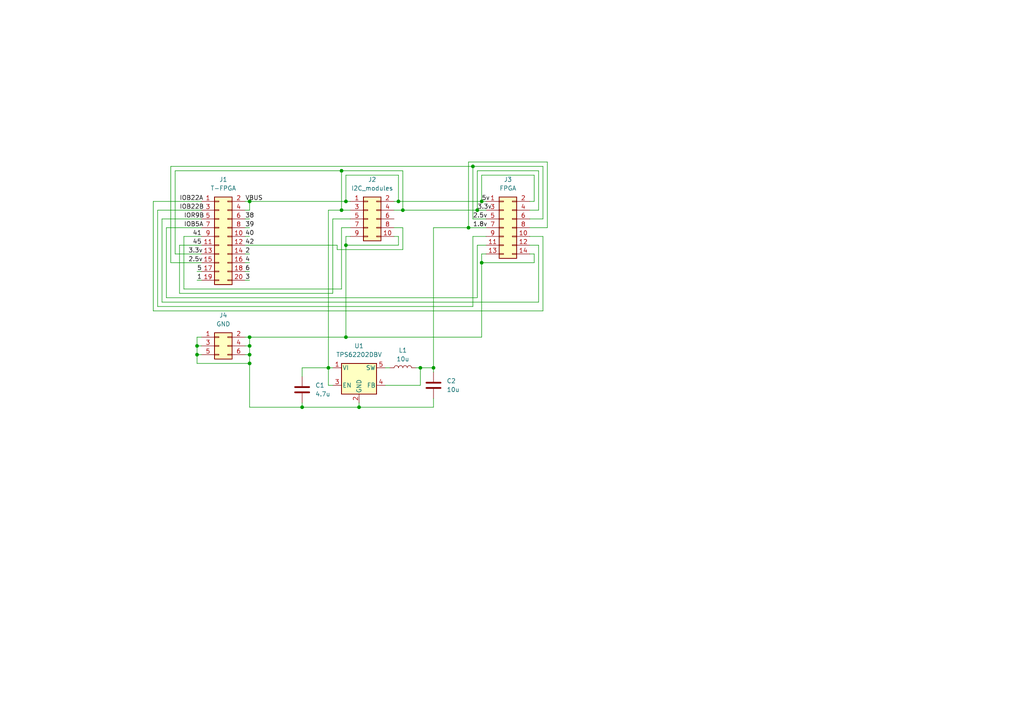
<source format=kicad_sch>
(kicad_sch
	(version 20231120)
	(generator "eeschema")
	(generator_version "8.0")
	(uuid "3628a756-cceb-498f-870f-8728589b0364")
	(paper "A4")
	(lib_symbols
		(symbol "Connector_Generic:Conn_02x03_Odd_Even"
			(pin_names
				(offset 1.016) hide)
			(exclude_from_sim no)
			(in_bom yes)
			(on_board yes)
			(property "Reference" "J"
				(at 1.27 5.08 0)
				(effects
					(font
						(size 1.27 1.27)
					)
				)
			)
			(property "Value" "Conn_02x03_Odd_Even"
				(at 1.27 -5.08 0)
				(effects
					(font
						(size 1.27 1.27)
					)
				)
			)
			(property "Footprint" ""
				(at 0 0 0)
				(effects
					(font
						(size 1.27 1.27)
					)
					(hide yes)
				)
			)
			(property "Datasheet" "~"
				(at 0 0 0)
				(effects
					(font
						(size 1.27 1.27)
					)
					(hide yes)
				)
			)
			(property "Description" "Generic connector, double row, 02x03, odd/even pin numbering scheme (row 1 odd numbers, row 2 even numbers), script generated (kicad-library-utils/schlib/autogen/connector/)"
				(at 0 0 0)
				(effects
					(font
						(size 1.27 1.27)
					)
					(hide yes)
				)
			)
			(property "ki_keywords" "connector"
				(at 0 0 0)
				(effects
					(font
						(size 1.27 1.27)
					)
					(hide yes)
				)
			)
			(property "ki_fp_filters" "Connector*:*_2x??_*"
				(at 0 0 0)
				(effects
					(font
						(size 1.27 1.27)
					)
					(hide yes)
				)
			)
			(symbol "Conn_02x03_Odd_Even_1_1"
				(rectangle
					(start -1.27 -2.413)
					(end 0 -2.667)
					(stroke
						(width 0.1524)
						(type default)
					)
					(fill
						(type none)
					)
				)
				(rectangle
					(start -1.27 0.127)
					(end 0 -0.127)
					(stroke
						(width 0.1524)
						(type default)
					)
					(fill
						(type none)
					)
				)
				(rectangle
					(start -1.27 2.667)
					(end 0 2.413)
					(stroke
						(width 0.1524)
						(type default)
					)
					(fill
						(type none)
					)
				)
				(rectangle
					(start -1.27 3.81)
					(end 3.81 -3.81)
					(stroke
						(width 0.254)
						(type default)
					)
					(fill
						(type background)
					)
				)
				(rectangle
					(start 3.81 -2.413)
					(end 2.54 -2.667)
					(stroke
						(width 0.1524)
						(type default)
					)
					(fill
						(type none)
					)
				)
				(rectangle
					(start 3.81 0.127)
					(end 2.54 -0.127)
					(stroke
						(width 0.1524)
						(type default)
					)
					(fill
						(type none)
					)
				)
				(rectangle
					(start 3.81 2.667)
					(end 2.54 2.413)
					(stroke
						(width 0.1524)
						(type default)
					)
					(fill
						(type none)
					)
				)
				(pin passive line
					(at -5.08 2.54 0)
					(length 3.81)
					(name "Pin_1"
						(effects
							(font
								(size 1.27 1.27)
							)
						)
					)
					(number "1"
						(effects
							(font
								(size 1.27 1.27)
							)
						)
					)
				)
				(pin passive line
					(at 7.62 2.54 180)
					(length 3.81)
					(name "Pin_2"
						(effects
							(font
								(size 1.27 1.27)
							)
						)
					)
					(number "2"
						(effects
							(font
								(size 1.27 1.27)
							)
						)
					)
				)
				(pin passive line
					(at -5.08 0 0)
					(length 3.81)
					(name "Pin_3"
						(effects
							(font
								(size 1.27 1.27)
							)
						)
					)
					(number "3"
						(effects
							(font
								(size 1.27 1.27)
							)
						)
					)
				)
				(pin passive line
					(at 7.62 0 180)
					(length 3.81)
					(name "Pin_4"
						(effects
							(font
								(size 1.27 1.27)
							)
						)
					)
					(number "4"
						(effects
							(font
								(size 1.27 1.27)
							)
						)
					)
				)
				(pin passive line
					(at -5.08 -2.54 0)
					(length 3.81)
					(name "Pin_5"
						(effects
							(font
								(size 1.27 1.27)
							)
						)
					)
					(number "5"
						(effects
							(font
								(size 1.27 1.27)
							)
						)
					)
				)
				(pin passive line
					(at 7.62 -2.54 180)
					(length 3.81)
					(name "Pin_6"
						(effects
							(font
								(size 1.27 1.27)
							)
						)
					)
					(number "6"
						(effects
							(font
								(size 1.27 1.27)
							)
						)
					)
				)
			)
		)
		(symbol "Connector_Generic:Conn_02x05_Odd_Even"
			(pin_names
				(offset 1.016) hide)
			(exclude_from_sim no)
			(in_bom yes)
			(on_board yes)
			(property "Reference" "J"
				(at 1.27 7.62 0)
				(effects
					(font
						(size 1.27 1.27)
					)
				)
			)
			(property "Value" "Conn_02x05_Odd_Even"
				(at 1.27 -7.62 0)
				(effects
					(font
						(size 1.27 1.27)
					)
				)
			)
			(property "Footprint" ""
				(at 0 0 0)
				(effects
					(font
						(size 1.27 1.27)
					)
					(hide yes)
				)
			)
			(property "Datasheet" "~"
				(at 0 0 0)
				(effects
					(font
						(size 1.27 1.27)
					)
					(hide yes)
				)
			)
			(property "Description" "Generic connector, double row, 02x05, odd/even pin numbering scheme (row 1 odd numbers, row 2 even numbers), script generated (kicad-library-utils/schlib/autogen/connector/)"
				(at 0 0 0)
				(effects
					(font
						(size 1.27 1.27)
					)
					(hide yes)
				)
			)
			(property "ki_keywords" "connector"
				(at 0 0 0)
				(effects
					(font
						(size 1.27 1.27)
					)
					(hide yes)
				)
			)
			(property "ki_fp_filters" "Connector*:*_2x??_*"
				(at 0 0 0)
				(effects
					(font
						(size 1.27 1.27)
					)
					(hide yes)
				)
			)
			(symbol "Conn_02x05_Odd_Even_1_1"
				(rectangle
					(start -1.27 -4.953)
					(end 0 -5.207)
					(stroke
						(width 0.1524)
						(type default)
					)
					(fill
						(type none)
					)
				)
				(rectangle
					(start -1.27 -2.413)
					(end 0 -2.667)
					(stroke
						(width 0.1524)
						(type default)
					)
					(fill
						(type none)
					)
				)
				(rectangle
					(start -1.27 0.127)
					(end 0 -0.127)
					(stroke
						(width 0.1524)
						(type default)
					)
					(fill
						(type none)
					)
				)
				(rectangle
					(start -1.27 2.667)
					(end 0 2.413)
					(stroke
						(width 0.1524)
						(type default)
					)
					(fill
						(type none)
					)
				)
				(rectangle
					(start -1.27 5.207)
					(end 0 4.953)
					(stroke
						(width 0.1524)
						(type default)
					)
					(fill
						(type none)
					)
				)
				(rectangle
					(start -1.27 6.35)
					(end 3.81 -6.35)
					(stroke
						(width 0.254)
						(type default)
					)
					(fill
						(type background)
					)
				)
				(rectangle
					(start 3.81 -4.953)
					(end 2.54 -5.207)
					(stroke
						(width 0.1524)
						(type default)
					)
					(fill
						(type none)
					)
				)
				(rectangle
					(start 3.81 -2.413)
					(end 2.54 -2.667)
					(stroke
						(width 0.1524)
						(type default)
					)
					(fill
						(type none)
					)
				)
				(rectangle
					(start 3.81 0.127)
					(end 2.54 -0.127)
					(stroke
						(width 0.1524)
						(type default)
					)
					(fill
						(type none)
					)
				)
				(rectangle
					(start 3.81 2.667)
					(end 2.54 2.413)
					(stroke
						(width 0.1524)
						(type default)
					)
					(fill
						(type none)
					)
				)
				(rectangle
					(start 3.81 5.207)
					(end 2.54 4.953)
					(stroke
						(width 0.1524)
						(type default)
					)
					(fill
						(type none)
					)
				)
				(pin passive line
					(at -5.08 5.08 0)
					(length 3.81)
					(name "Pin_1"
						(effects
							(font
								(size 1.27 1.27)
							)
						)
					)
					(number "1"
						(effects
							(font
								(size 1.27 1.27)
							)
						)
					)
				)
				(pin passive line
					(at 7.62 -5.08 180)
					(length 3.81)
					(name "Pin_10"
						(effects
							(font
								(size 1.27 1.27)
							)
						)
					)
					(number "10"
						(effects
							(font
								(size 1.27 1.27)
							)
						)
					)
				)
				(pin passive line
					(at 7.62 5.08 180)
					(length 3.81)
					(name "Pin_2"
						(effects
							(font
								(size 1.27 1.27)
							)
						)
					)
					(number "2"
						(effects
							(font
								(size 1.27 1.27)
							)
						)
					)
				)
				(pin passive line
					(at -5.08 2.54 0)
					(length 3.81)
					(name "Pin_3"
						(effects
							(font
								(size 1.27 1.27)
							)
						)
					)
					(number "3"
						(effects
							(font
								(size 1.27 1.27)
							)
						)
					)
				)
				(pin passive line
					(at 7.62 2.54 180)
					(length 3.81)
					(name "Pin_4"
						(effects
							(font
								(size 1.27 1.27)
							)
						)
					)
					(number "4"
						(effects
							(font
								(size 1.27 1.27)
							)
						)
					)
				)
				(pin passive line
					(at -5.08 0 0)
					(length 3.81)
					(name "Pin_5"
						(effects
							(font
								(size 1.27 1.27)
							)
						)
					)
					(number "5"
						(effects
							(font
								(size 1.27 1.27)
							)
						)
					)
				)
				(pin passive line
					(at 7.62 0 180)
					(length 3.81)
					(name "Pin_6"
						(effects
							(font
								(size 1.27 1.27)
							)
						)
					)
					(number "6"
						(effects
							(font
								(size 1.27 1.27)
							)
						)
					)
				)
				(pin passive line
					(at -5.08 -2.54 0)
					(length 3.81)
					(name "Pin_7"
						(effects
							(font
								(size 1.27 1.27)
							)
						)
					)
					(number "7"
						(effects
							(font
								(size 1.27 1.27)
							)
						)
					)
				)
				(pin passive line
					(at 7.62 -2.54 180)
					(length 3.81)
					(name "Pin_8"
						(effects
							(font
								(size 1.27 1.27)
							)
						)
					)
					(number "8"
						(effects
							(font
								(size 1.27 1.27)
							)
						)
					)
				)
				(pin passive line
					(at -5.08 -5.08 0)
					(length 3.81)
					(name "Pin_9"
						(effects
							(font
								(size 1.27 1.27)
							)
						)
					)
					(number "9"
						(effects
							(font
								(size 1.27 1.27)
							)
						)
					)
				)
			)
		)
		(symbol "Connector_Generic:Conn_02x07_Odd_Even"
			(pin_names
				(offset 1.016) hide)
			(exclude_from_sim no)
			(in_bom yes)
			(on_board yes)
			(property "Reference" "J"
				(at 1.27 10.16 0)
				(effects
					(font
						(size 1.27 1.27)
					)
				)
			)
			(property "Value" "Conn_02x07_Odd_Even"
				(at 1.27 -10.16 0)
				(effects
					(font
						(size 1.27 1.27)
					)
				)
			)
			(property "Footprint" ""
				(at 0 0 0)
				(effects
					(font
						(size 1.27 1.27)
					)
					(hide yes)
				)
			)
			(property "Datasheet" "~"
				(at 0 0 0)
				(effects
					(font
						(size 1.27 1.27)
					)
					(hide yes)
				)
			)
			(property "Description" "Generic connector, double row, 02x07, odd/even pin numbering scheme (row 1 odd numbers, row 2 even numbers), script generated (kicad-library-utils/schlib/autogen/connector/)"
				(at 0 0 0)
				(effects
					(font
						(size 1.27 1.27)
					)
					(hide yes)
				)
			)
			(property "ki_keywords" "connector"
				(at 0 0 0)
				(effects
					(font
						(size 1.27 1.27)
					)
					(hide yes)
				)
			)
			(property "ki_fp_filters" "Connector*:*_2x??_*"
				(at 0 0 0)
				(effects
					(font
						(size 1.27 1.27)
					)
					(hide yes)
				)
			)
			(symbol "Conn_02x07_Odd_Even_1_1"
				(rectangle
					(start -1.27 -7.493)
					(end 0 -7.747)
					(stroke
						(width 0.1524)
						(type default)
					)
					(fill
						(type none)
					)
				)
				(rectangle
					(start -1.27 -4.953)
					(end 0 -5.207)
					(stroke
						(width 0.1524)
						(type default)
					)
					(fill
						(type none)
					)
				)
				(rectangle
					(start -1.27 -2.413)
					(end 0 -2.667)
					(stroke
						(width 0.1524)
						(type default)
					)
					(fill
						(type none)
					)
				)
				(rectangle
					(start -1.27 0.127)
					(end 0 -0.127)
					(stroke
						(width 0.1524)
						(type default)
					)
					(fill
						(type none)
					)
				)
				(rectangle
					(start -1.27 2.667)
					(end 0 2.413)
					(stroke
						(width 0.1524)
						(type default)
					)
					(fill
						(type none)
					)
				)
				(rectangle
					(start -1.27 5.207)
					(end 0 4.953)
					(stroke
						(width 0.1524)
						(type default)
					)
					(fill
						(type none)
					)
				)
				(rectangle
					(start -1.27 7.747)
					(end 0 7.493)
					(stroke
						(width 0.1524)
						(type default)
					)
					(fill
						(type none)
					)
				)
				(rectangle
					(start -1.27 8.89)
					(end 3.81 -8.89)
					(stroke
						(width 0.254)
						(type default)
					)
					(fill
						(type background)
					)
				)
				(rectangle
					(start 3.81 -7.493)
					(end 2.54 -7.747)
					(stroke
						(width 0.1524)
						(type default)
					)
					(fill
						(type none)
					)
				)
				(rectangle
					(start 3.81 -4.953)
					(end 2.54 -5.207)
					(stroke
						(width 0.1524)
						(type default)
					)
					(fill
						(type none)
					)
				)
				(rectangle
					(start 3.81 -2.413)
					(end 2.54 -2.667)
					(stroke
						(width 0.1524)
						(type default)
					)
					(fill
						(type none)
					)
				)
				(rectangle
					(start 3.81 0.127)
					(end 2.54 -0.127)
					(stroke
						(width 0.1524)
						(type default)
					)
					(fill
						(type none)
					)
				)
				(rectangle
					(start 3.81 2.667)
					(end 2.54 2.413)
					(stroke
						(width 0.1524)
						(type default)
					)
					(fill
						(type none)
					)
				)
				(rectangle
					(start 3.81 5.207)
					(end 2.54 4.953)
					(stroke
						(width 0.1524)
						(type default)
					)
					(fill
						(type none)
					)
				)
				(rectangle
					(start 3.81 7.747)
					(end 2.54 7.493)
					(stroke
						(width 0.1524)
						(type default)
					)
					(fill
						(type none)
					)
				)
				(pin passive line
					(at -5.08 7.62 0)
					(length 3.81)
					(name "Pin_1"
						(effects
							(font
								(size 1.27 1.27)
							)
						)
					)
					(number "1"
						(effects
							(font
								(size 1.27 1.27)
							)
						)
					)
				)
				(pin passive line
					(at 7.62 -2.54 180)
					(length 3.81)
					(name "Pin_10"
						(effects
							(font
								(size 1.27 1.27)
							)
						)
					)
					(number "10"
						(effects
							(font
								(size 1.27 1.27)
							)
						)
					)
				)
				(pin passive line
					(at -5.08 -5.08 0)
					(length 3.81)
					(name "Pin_11"
						(effects
							(font
								(size 1.27 1.27)
							)
						)
					)
					(number "11"
						(effects
							(font
								(size 1.27 1.27)
							)
						)
					)
				)
				(pin passive line
					(at 7.62 -5.08 180)
					(length 3.81)
					(name "Pin_12"
						(effects
							(font
								(size 1.27 1.27)
							)
						)
					)
					(number "12"
						(effects
							(font
								(size 1.27 1.27)
							)
						)
					)
				)
				(pin passive line
					(at -5.08 -7.62 0)
					(length 3.81)
					(name "Pin_13"
						(effects
							(font
								(size 1.27 1.27)
							)
						)
					)
					(number "13"
						(effects
							(font
								(size 1.27 1.27)
							)
						)
					)
				)
				(pin passive line
					(at 7.62 -7.62 180)
					(length 3.81)
					(name "Pin_14"
						(effects
							(font
								(size 1.27 1.27)
							)
						)
					)
					(number "14"
						(effects
							(font
								(size 1.27 1.27)
							)
						)
					)
				)
				(pin passive line
					(at 7.62 7.62 180)
					(length 3.81)
					(name "Pin_2"
						(effects
							(font
								(size 1.27 1.27)
							)
						)
					)
					(number "2"
						(effects
							(font
								(size 1.27 1.27)
							)
						)
					)
				)
				(pin passive line
					(at -5.08 5.08 0)
					(length 3.81)
					(name "Pin_3"
						(effects
							(font
								(size 1.27 1.27)
							)
						)
					)
					(number "3"
						(effects
							(font
								(size 1.27 1.27)
							)
						)
					)
				)
				(pin passive line
					(at 7.62 5.08 180)
					(length 3.81)
					(name "Pin_4"
						(effects
							(font
								(size 1.27 1.27)
							)
						)
					)
					(number "4"
						(effects
							(font
								(size 1.27 1.27)
							)
						)
					)
				)
				(pin passive line
					(at -5.08 2.54 0)
					(length 3.81)
					(name "Pin_5"
						(effects
							(font
								(size 1.27 1.27)
							)
						)
					)
					(number "5"
						(effects
							(font
								(size 1.27 1.27)
							)
						)
					)
				)
				(pin passive line
					(at 7.62 2.54 180)
					(length 3.81)
					(name "Pin_6"
						(effects
							(font
								(size 1.27 1.27)
							)
						)
					)
					(number "6"
						(effects
							(font
								(size 1.27 1.27)
							)
						)
					)
				)
				(pin passive line
					(at -5.08 0 0)
					(length 3.81)
					(name "Pin_7"
						(effects
							(font
								(size 1.27 1.27)
							)
						)
					)
					(number "7"
						(effects
							(font
								(size 1.27 1.27)
							)
						)
					)
				)
				(pin passive line
					(at 7.62 0 180)
					(length 3.81)
					(name "Pin_8"
						(effects
							(font
								(size 1.27 1.27)
							)
						)
					)
					(number "8"
						(effects
							(font
								(size 1.27 1.27)
							)
						)
					)
				)
				(pin passive line
					(at -5.08 -2.54 0)
					(length 3.81)
					(name "Pin_9"
						(effects
							(font
								(size 1.27 1.27)
							)
						)
					)
					(number "9"
						(effects
							(font
								(size 1.27 1.27)
							)
						)
					)
				)
			)
		)
		(symbol "Connector_Generic:Conn_02x10_Odd_Even"
			(pin_names
				(offset 1.016) hide)
			(exclude_from_sim no)
			(in_bom yes)
			(on_board yes)
			(property "Reference" "J"
				(at 1.27 12.7 0)
				(effects
					(font
						(size 1.27 1.27)
					)
				)
			)
			(property "Value" "Conn_02x10_Odd_Even"
				(at 1.27 -15.24 0)
				(effects
					(font
						(size 1.27 1.27)
					)
				)
			)
			(property "Footprint" ""
				(at 0 0 0)
				(effects
					(font
						(size 1.27 1.27)
					)
					(hide yes)
				)
			)
			(property "Datasheet" "~"
				(at 0 0 0)
				(effects
					(font
						(size 1.27 1.27)
					)
					(hide yes)
				)
			)
			(property "Description" "Generic connector, double row, 02x10, odd/even pin numbering scheme (row 1 odd numbers, row 2 even numbers), script generated (kicad-library-utils/schlib/autogen/connector/)"
				(at 0 0 0)
				(effects
					(font
						(size 1.27 1.27)
					)
					(hide yes)
				)
			)
			(property "ki_keywords" "connector"
				(at 0 0 0)
				(effects
					(font
						(size 1.27 1.27)
					)
					(hide yes)
				)
			)
			(property "ki_fp_filters" "Connector*:*_2x??_*"
				(at 0 0 0)
				(effects
					(font
						(size 1.27 1.27)
					)
					(hide yes)
				)
			)
			(symbol "Conn_02x10_Odd_Even_1_1"
				(rectangle
					(start -1.27 -12.573)
					(end 0 -12.827)
					(stroke
						(width 0.1524)
						(type default)
					)
					(fill
						(type none)
					)
				)
				(rectangle
					(start -1.27 -10.033)
					(end 0 -10.287)
					(stroke
						(width 0.1524)
						(type default)
					)
					(fill
						(type none)
					)
				)
				(rectangle
					(start -1.27 -7.493)
					(end 0 -7.747)
					(stroke
						(width 0.1524)
						(type default)
					)
					(fill
						(type none)
					)
				)
				(rectangle
					(start -1.27 -4.953)
					(end 0 -5.207)
					(stroke
						(width 0.1524)
						(type default)
					)
					(fill
						(type none)
					)
				)
				(rectangle
					(start -1.27 -2.413)
					(end 0 -2.667)
					(stroke
						(width 0.1524)
						(type default)
					)
					(fill
						(type none)
					)
				)
				(rectangle
					(start -1.27 0.127)
					(end 0 -0.127)
					(stroke
						(width 0.1524)
						(type default)
					)
					(fill
						(type none)
					)
				)
				(rectangle
					(start -1.27 2.667)
					(end 0 2.413)
					(stroke
						(width 0.1524)
						(type default)
					)
					(fill
						(type none)
					)
				)
				(rectangle
					(start -1.27 5.207)
					(end 0 4.953)
					(stroke
						(width 0.1524)
						(type default)
					)
					(fill
						(type none)
					)
				)
				(rectangle
					(start -1.27 7.747)
					(end 0 7.493)
					(stroke
						(width 0.1524)
						(type default)
					)
					(fill
						(type none)
					)
				)
				(rectangle
					(start -1.27 10.287)
					(end 0 10.033)
					(stroke
						(width 0.1524)
						(type default)
					)
					(fill
						(type none)
					)
				)
				(rectangle
					(start -1.27 11.43)
					(end 3.81 -13.97)
					(stroke
						(width 0.254)
						(type default)
					)
					(fill
						(type background)
					)
				)
				(rectangle
					(start 3.81 -12.573)
					(end 2.54 -12.827)
					(stroke
						(width 0.1524)
						(type default)
					)
					(fill
						(type none)
					)
				)
				(rectangle
					(start 3.81 -10.033)
					(end 2.54 -10.287)
					(stroke
						(width 0.1524)
						(type default)
					)
					(fill
						(type none)
					)
				)
				(rectangle
					(start 3.81 -7.493)
					(end 2.54 -7.747)
					(stroke
						(width 0.1524)
						(type default)
					)
					(fill
						(type none)
					)
				)
				(rectangle
					(start 3.81 -4.953)
					(end 2.54 -5.207)
					(stroke
						(width 0.1524)
						(type default)
					)
					(fill
						(type none)
					)
				)
				(rectangle
					(start 3.81 -2.413)
					(end 2.54 -2.667)
					(stroke
						(width 0.1524)
						(type default)
					)
					(fill
						(type none)
					)
				)
				(rectangle
					(start 3.81 0.127)
					(end 2.54 -0.127)
					(stroke
						(width 0.1524)
						(type default)
					)
					(fill
						(type none)
					)
				)
				(rectangle
					(start 3.81 2.667)
					(end 2.54 2.413)
					(stroke
						(width 0.1524)
						(type default)
					)
					(fill
						(type none)
					)
				)
				(rectangle
					(start 3.81 5.207)
					(end 2.54 4.953)
					(stroke
						(width 0.1524)
						(type default)
					)
					(fill
						(type none)
					)
				)
				(rectangle
					(start 3.81 7.747)
					(end 2.54 7.493)
					(stroke
						(width 0.1524)
						(type default)
					)
					(fill
						(type none)
					)
				)
				(rectangle
					(start 3.81 10.287)
					(end 2.54 10.033)
					(stroke
						(width 0.1524)
						(type default)
					)
					(fill
						(type none)
					)
				)
				(pin passive line
					(at -5.08 10.16 0)
					(length 3.81)
					(name "Pin_1"
						(effects
							(font
								(size 1.27 1.27)
							)
						)
					)
					(number "1"
						(effects
							(font
								(size 1.27 1.27)
							)
						)
					)
				)
				(pin passive line
					(at 7.62 0 180)
					(length 3.81)
					(name "Pin_10"
						(effects
							(font
								(size 1.27 1.27)
							)
						)
					)
					(number "10"
						(effects
							(font
								(size 1.27 1.27)
							)
						)
					)
				)
				(pin passive line
					(at -5.08 -2.54 0)
					(length 3.81)
					(name "Pin_11"
						(effects
							(font
								(size 1.27 1.27)
							)
						)
					)
					(number "11"
						(effects
							(font
								(size 1.27 1.27)
							)
						)
					)
				)
				(pin passive line
					(at 7.62 -2.54 180)
					(length 3.81)
					(name "Pin_12"
						(effects
							(font
								(size 1.27 1.27)
							)
						)
					)
					(number "12"
						(effects
							(font
								(size 1.27 1.27)
							)
						)
					)
				)
				(pin passive line
					(at -5.08 -5.08 0)
					(length 3.81)
					(name "Pin_13"
						(effects
							(font
								(size 1.27 1.27)
							)
						)
					)
					(number "13"
						(effects
							(font
								(size 1.27 1.27)
							)
						)
					)
				)
				(pin passive line
					(at 7.62 -5.08 180)
					(length 3.81)
					(name "Pin_14"
						(effects
							(font
								(size 1.27 1.27)
							)
						)
					)
					(number "14"
						(effects
							(font
								(size 1.27 1.27)
							)
						)
					)
				)
				(pin passive line
					(at -5.08 -7.62 0)
					(length 3.81)
					(name "Pin_15"
						(effects
							(font
								(size 1.27 1.27)
							)
						)
					)
					(number "15"
						(effects
							(font
								(size 1.27 1.27)
							)
						)
					)
				)
				(pin passive line
					(at 7.62 -7.62 180)
					(length 3.81)
					(name "Pin_16"
						(effects
							(font
								(size 1.27 1.27)
							)
						)
					)
					(number "16"
						(effects
							(font
								(size 1.27 1.27)
							)
						)
					)
				)
				(pin passive line
					(at -5.08 -10.16 0)
					(length 3.81)
					(name "Pin_17"
						(effects
							(font
								(size 1.27 1.27)
							)
						)
					)
					(number "17"
						(effects
							(font
								(size 1.27 1.27)
							)
						)
					)
				)
				(pin passive line
					(at 7.62 -10.16 180)
					(length 3.81)
					(name "Pin_18"
						(effects
							(font
								(size 1.27 1.27)
							)
						)
					)
					(number "18"
						(effects
							(font
								(size 1.27 1.27)
							)
						)
					)
				)
				(pin passive line
					(at -5.08 -12.7 0)
					(length 3.81)
					(name "Pin_19"
						(effects
							(font
								(size 1.27 1.27)
							)
						)
					)
					(number "19"
						(effects
							(font
								(size 1.27 1.27)
							)
						)
					)
				)
				(pin passive line
					(at 7.62 10.16 180)
					(length 3.81)
					(name "Pin_2"
						(effects
							(font
								(size 1.27 1.27)
							)
						)
					)
					(number "2"
						(effects
							(font
								(size 1.27 1.27)
							)
						)
					)
				)
				(pin passive line
					(at 7.62 -12.7 180)
					(length 3.81)
					(name "Pin_20"
						(effects
							(font
								(size 1.27 1.27)
							)
						)
					)
					(number "20"
						(effects
							(font
								(size 1.27 1.27)
							)
						)
					)
				)
				(pin passive line
					(at -5.08 7.62 0)
					(length 3.81)
					(name "Pin_3"
						(effects
							(font
								(size 1.27 1.27)
							)
						)
					)
					(number "3"
						(effects
							(font
								(size 1.27 1.27)
							)
						)
					)
				)
				(pin passive line
					(at 7.62 7.62 180)
					(length 3.81)
					(name "Pin_4"
						(effects
							(font
								(size 1.27 1.27)
							)
						)
					)
					(number "4"
						(effects
							(font
								(size 1.27 1.27)
							)
						)
					)
				)
				(pin passive line
					(at -5.08 5.08 0)
					(length 3.81)
					(name "Pin_5"
						(effects
							(font
								(size 1.27 1.27)
							)
						)
					)
					(number "5"
						(effects
							(font
								(size 1.27 1.27)
							)
						)
					)
				)
				(pin passive line
					(at 7.62 5.08 180)
					(length 3.81)
					(name "Pin_6"
						(effects
							(font
								(size 1.27 1.27)
							)
						)
					)
					(number "6"
						(effects
							(font
								(size 1.27 1.27)
							)
						)
					)
				)
				(pin passive line
					(at -5.08 2.54 0)
					(length 3.81)
					(name "Pin_7"
						(effects
							(font
								(size 1.27 1.27)
							)
						)
					)
					(number "7"
						(effects
							(font
								(size 1.27 1.27)
							)
						)
					)
				)
				(pin passive line
					(at 7.62 2.54 180)
					(length 3.81)
					(name "Pin_8"
						(effects
							(font
								(size 1.27 1.27)
							)
						)
					)
					(number "8"
						(effects
							(font
								(size 1.27 1.27)
							)
						)
					)
				)
				(pin passive line
					(at -5.08 0 0)
					(length 3.81)
					(name "Pin_9"
						(effects
							(font
								(size 1.27 1.27)
							)
						)
					)
					(number "9"
						(effects
							(font
								(size 1.27 1.27)
							)
						)
					)
				)
			)
		)
		(symbol "Device:C"
			(pin_numbers hide)
			(pin_names
				(offset 0.254)
			)
			(exclude_from_sim no)
			(in_bom yes)
			(on_board yes)
			(property "Reference" "C"
				(at 0.635 2.54 0)
				(effects
					(font
						(size 1.27 1.27)
					)
					(justify left)
				)
			)
			(property "Value" "C"
				(at 0.635 -2.54 0)
				(effects
					(font
						(size 1.27 1.27)
					)
					(justify left)
				)
			)
			(property "Footprint" ""
				(at 0.9652 -3.81 0)
				(effects
					(font
						(size 1.27 1.27)
					)
					(hide yes)
				)
			)
			(property "Datasheet" "~"
				(at 0 0 0)
				(effects
					(font
						(size 1.27 1.27)
					)
					(hide yes)
				)
			)
			(property "Description" "Unpolarized capacitor"
				(at 0 0 0)
				(effects
					(font
						(size 1.27 1.27)
					)
					(hide yes)
				)
			)
			(property "ki_keywords" "cap capacitor"
				(at 0 0 0)
				(effects
					(font
						(size 1.27 1.27)
					)
					(hide yes)
				)
			)
			(property "ki_fp_filters" "C_*"
				(at 0 0 0)
				(effects
					(font
						(size 1.27 1.27)
					)
					(hide yes)
				)
			)
			(symbol "C_0_1"
				(polyline
					(pts
						(xy -2.032 -0.762) (xy 2.032 -0.762)
					)
					(stroke
						(width 0.508)
						(type default)
					)
					(fill
						(type none)
					)
				)
				(polyline
					(pts
						(xy -2.032 0.762) (xy 2.032 0.762)
					)
					(stroke
						(width 0.508)
						(type default)
					)
					(fill
						(type none)
					)
				)
			)
			(symbol "C_1_1"
				(pin passive line
					(at 0 3.81 270)
					(length 2.794)
					(name "~"
						(effects
							(font
								(size 1.27 1.27)
							)
						)
					)
					(number "1"
						(effects
							(font
								(size 1.27 1.27)
							)
						)
					)
				)
				(pin passive line
					(at 0 -3.81 90)
					(length 2.794)
					(name "~"
						(effects
							(font
								(size 1.27 1.27)
							)
						)
					)
					(number "2"
						(effects
							(font
								(size 1.27 1.27)
							)
						)
					)
				)
			)
		)
		(symbol "Device:L"
			(pin_numbers hide)
			(pin_names
				(offset 1.016) hide)
			(exclude_from_sim no)
			(in_bom yes)
			(on_board yes)
			(property "Reference" "L"
				(at -1.27 0 90)
				(effects
					(font
						(size 1.27 1.27)
					)
				)
			)
			(property "Value" "L"
				(at 1.905 0 90)
				(effects
					(font
						(size 1.27 1.27)
					)
				)
			)
			(property "Footprint" ""
				(at 0 0 0)
				(effects
					(font
						(size 1.27 1.27)
					)
					(hide yes)
				)
			)
			(property "Datasheet" "~"
				(at 0 0 0)
				(effects
					(font
						(size 1.27 1.27)
					)
					(hide yes)
				)
			)
			(property "Description" "Inductor"
				(at 0 0 0)
				(effects
					(font
						(size 1.27 1.27)
					)
					(hide yes)
				)
			)
			(property "ki_keywords" "inductor choke coil reactor magnetic"
				(at 0 0 0)
				(effects
					(font
						(size 1.27 1.27)
					)
					(hide yes)
				)
			)
			(property "ki_fp_filters" "Choke_* *Coil* Inductor_* L_*"
				(at 0 0 0)
				(effects
					(font
						(size 1.27 1.27)
					)
					(hide yes)
				)
			)
			(symbol "L_0_1"
				(arc
					(start 0 -2.54)
					(mid 0.6323 -1.905)
					(end 0 -1.27)
					(stroke
						(width 0)
						(type default)
					)
					(fill
						(type none)
					)
				)
				(arc
					(start 0 -1.27)
					(mid 0.6323 -0.635)
					(end 0 0)
					(stroke
						(width 0)
						(type default)
					)
					(fill
						(type none)
					)
				)
				(arc
					(start 0 0)
					(mid 0.6323 0.635)
					(end 0 1.27)
					(stroke
						(width 0)
						(type default)
					)
					(fill
						(type none)
					)
				)
				(arc
					(start 0 1.27)
					(mid 0.6323 1.905)
					(end 0 2.54)
					(stroke
						(width 0)
						(type default)
					)
					(fill
						(type none)
					)
				)
			)
			(symbol "L_1_1"
				(pin passive line
					(at 0 3.81 270)
					(length 1.27)
					(name "1"
						(effects
							(font
								(size 1.27 1.27)
							)
						)
					)
					(number "1"
						(effects
							(font
								(size 1.27 1.27)
							)
						)
					)
				)
				(pin passive line
					(at 0 -3.81 90)
					(length 1.27)
					(name "2"
						(effects
							(font
								(size 1.27 1.27)
							)
						)
					)
					(number "2"
						(effects
							(font
								(size 1.27 1.27)
							)
						)
					)
				)
			)
		)
		(symbol "Regulator_Switching:TPS62202DBV"
			(pin_names
				(offset 0.254)
			)
			(exclude_from_sim no)
			(in_bom yes)
			(on_board yes)
			(property "Reference" "U"
				(at -5.08 7.62 0)
				(effects
					(font
						(size 1.27 1.27)
					)
					(justify left)
				)
			)
			(property "Value" "TPS62202DBV"
				(at 0 7.62 0)
				(effects
					(font
						(size 1.27 1.27)
					)
					(justify left)
				)
			)
			(property "Footprint" "Package_TO_SOT_SMD:SOT-23-5"
				(at 1.27 -3.81 0)
				(effects
					(font
						(size 1.27 1.27)
						(italic yes)
					)
					(justify left)
					(hide yes)
				)
			)
			(property "Datasheet" "http://www.ti.com/lit/ds/symlink/tps62201.pdf"
				(at 0 2.54 0)
				(effects
					(font
						(size 1.27 1.27)
					)
					(hide yes)
				)
			)
			(property "Description" "300mA High-Efficiency Step-Down DC-DC Converter, fixed 1.8V output voltage, 2.5-6V input voltage, SOT-23-5"
				(at 0 0 0)
				(effects
					(font
						(size 1.27 1.27)
					)
					(hide yes)
				)
			)
			(property "ki_keywords" "Step-Down DC-DC Converter"
				(at 0 0 0)
				(effects
					(font
						(size 1.27 1.27)
					)
					(hide yes)
				)
			)
			(property "ki_fp_filters" "SOT?23*"
				(at 0 0 0)
				(effects
					(font
						(size 1.27 1.27)
					)
					(hide yes)
				)
			)
			(symbol "TPS62202DBV_0_1"
				(rectangle
					(start -5.08 6.35)
					(end 5.08 -2.54)
					(stroke
						(width 0.254)
						(type default)
					)
					(fill
						(type background)
					)
				)
			)
			(symbol "TPS62202DBV_1_1"
				(pin power_in line
					(at -7.62 5.08 0)
					(length 2.54)
					(name "VI"
						(effects
							(font
								(size 1.27 1.27)
							)
						)
					)
					(number "1"
						(effects
							(font
								(size 1.27 1.27)
							)
						)
					)
				)
				(pin power_in line
					(at 0 -5.08 90)
					(length 2.54)
					(name "GND"
						(effects
							(font
								(size 1.27 1.27)
							)
						)
					)
					(number "2"
						(effects
							(font
								(size 1.27 1.27)
							)
						)
					)
				)
				(pin input line
					(at -7.62 0 0)
					(length 2.54)
					(name "EN"
						(effects
							(font
								(size 1.27 1.27)
							)
						)
					)
					(number "3"
						(effects
							(font
								(size 1.27 1.27)
							)
						)
					)
				)
				(pin input line
					(at 7.62 0 180)
					(length 2.54)
					(name "FB"
						(effects
							(font
								(size 1.27 1.27)
							)
						)
					)
					(number "4"
						(effects
							(font
								(size 1.27 1.27)
							)
						)
					)
				)
				(pin output line
					(at 7.62 5.08 180)
					(length 2.54)
					(name "SW"
						(effects
							(font
								(size 1.27 1.27)
							)
						)
					)
					(number "5"
						(effects
							(font
								(size 1.27 1.27)
							)
						)
					)
				)
			)
		)
	)
	(junction
		(at 115.57 58.42)
		(diameter 0)
		(color 0 0 0 0)
		(uuid "0f17531a-05c8-4e12-aabb-d8dc57adf297")
	)
	(junction
		(at 72.39 58.42)
		(diameter 0)
		(color 0 0 0 0)
		(uuid "13285420-b016-40f8-9801-efbefa2b1c99")
	)
	(junction
		(at 72.39 100.33)
		(diameter 0)
		(color 0 0 0 0)
		(uuid "1534953c-639b-4171-ae4b-6483fa5abbeb")
	)
	(junction
		(at 72.39 102.87)
		(diameter 0)
		(color 0 0 0 0)
		(uuid "1cbc69ca-82da-41e9-befe-218230240fbd")
	)
	(junction
		(at 100.33 71.12)
		(diameter 0)
		(color 0 0 0 0)
		(uuid "276009a5-c8e0-429a-a770-2a74103e2d62")
	)
	(junction
		(at 116.84 60.96)
		(diameter 0)
		(color 0 0 0 0)
		(uuid "3cd0e470-62fb-4ecf-9ca3-a7e4e9284378")
	)
	(junction
		(at 121.92 106.68)
		(diameter 0)
		(color 0 0 0 0)
		(uuid "6350f686-b74b-4e41-a4c3-991735aa4a10")
	)
	(junction
		(at 100.33 97.79)
		(diameter 0)
		(color 0 0 0 0)
		(uuid "68e2d052-0f2c-4004-8ac9-1bd52c806d0b")
	)
	(junction
		(at 72.39 97.79)
		(diameter 0)
		(color 0 0 0 0)
		(uuid "91f1c740-ba86-419f-98ca-af21c9bebb0e")
	)
	(junction
		(at 100.33 58.42)
		(diameter 0)
		(color 0 0 0 0)
		(uuid "986d22cf-8e65-4e1f-bc6c-6f84a8f33eb8")
	)
	(junction
		(at 139.7 58.42)
		(diameter 0)
		(color 0 0 0 0)
		(uuid "99bc1ad1-dc64-4e59-8c13-5943515cb16f")
	)
	(junction
		(at 95.25 106.68)
		(diameter 0)
		(color 0 0 0 0)
		(uuid "99f54e1c-b62e-4440-9f5a-27b173858f65")
	)
	(junction
		(at 57.15 102.87)
		(diameter 0)
		(color 0 0 0 0)
		(uuid "a241a3b0-9175-4fa2-85a5-06dc108cbe9a")
	)
	(junction
		(at 99.06 60.96)
		(diameter 0)
		(color 0 0 0 0)
		(uuid "acb40594-f7ff-4e6d-8f12-0886e0903df6")
	)
	(junction
		(at 104.14 118.11)
		(diameter 0)
		(color 0 0 0 0)
		(uuid "b3b1e911-acc3-45a5-9f16-bd4083dfe85e")
	)
	(junction
		(at 139.7 76.2)
		(diameter 0)
		(color 0 0 0 0)
		(uuid "c28721ed-ff65-43a2-910e-56cbdd850822")
	)
	(junction
		(at 87.63 118.11)
		(diameter 0)
		(color 0 0 0 0)
		(uuid "c2d4e44a-f3e1-4d89-a50f-73b5664cafe6")
	)
	(junction
		(at 138.43 60.96)
		(diameter 0)
		(color 0 0 0 0)
		(uuid "c83937d4-da4f-4b1d-bd2d-7bcd49bed218")
	)
	(junction
		(at 135.89 66.04)
		(diameter 0)
		(color 0 0 0 0)
		(uuid "d2b92ee7-d0f3-438c-aeb9-355c6cef9a53")
	)
	(junction
		(at 125.73 106.68)
		(diameter 0)
		(color 0 0 0 0)
		(uuid "d4be4e7a-0f53-4a8f-9b8c-8d2e1876ca3f")
	)
	(junction
		(at 72.39 105.41)
		(diameter 0)
		(color 0 0 0 0)
		(uuid "d5c4cca0-7c99-4574-9192-e9db768fb4bc")
	)
	(junction
		(at 137.16 48.26)
		(diameter 0)
		(color 0 0 0 0)
		(uuid "dd2ec471-d4a5-4982-a298-7fb1e083b1cc")
	)
	(junction
		(at 99.06 49.53)
		(diameter 0)
		(color 0 0 0 0)
		(uuid "e89ec909-9198-41c7-961c-47f486b4b075")
	)
	(junction
		(at 57.15 100.33)
		(diameter 0)
		(color 0 0 0 0)
		(uuid "ff2a5469-72ce-4084-a81a-96d12e0aa21e")
	)
	(wire
		(pts
			(xy 121.92 106.68) (xy 125.73 106.68)
		)
		(stroke
			(width 0)
			(type default)
		)
		(uuid "00d1724b-fb57-4379-abca-11d72d1493c3")
	)
	(wire
		(pts
			(xy 71.12 60.96) (xy 72.39 60.96)
		)
		(stroke
			(width 0)
			(type default)
		)
		(uuid "01d241f1-37e1-4414-ba52-37499006b366")
	)
	(wire
		(pts
			(xy 115.57 71.12) (xy 115.57 68.58)
		)
		(stroke
			(width 0)
			(type default)
		)
		(uuid "0202f520-373e-4fa1-94bb-c99ca382208a")
	)
	(wire
		(pts
			(xy 125.73 115.57) (xy 125.73 118.11)
		)
		(stroke
			(width 0)
			(type default)
		)
		(uuid "048581fa-60cc-4162-a333-ca433177c03d")
	)
	(wire
		(pts
			(xy 115.57 58.42) (xy 139.7 58.42)
		)
		(stroke
			(width 0)
			(type default)
		)
		(uuid "07ae09d8-8d88-4055-bc47-ee9db4754712")
	)
	(wire
		(pts
			(xy 72.39 105.41) (xy 72.39 102.87)
		)
		(stroke
			(width 0)
			(type default)
		)
		(uuid "080fd3b3-2d18-41b6-a571-251c38d3f800")
	)
	(wire
		(pts
			(xy 137.16 63.5) (xy 137.16 48.26)
		)
		(stroke
			(width 0)
			(type default)
		)
		(uuid "08ac72af-d5da-4c7a-ab9a-1273f3ca78ee")
	)
	(wire
		(pts
			(xy 50.8 49.53) (xy 99.06 49.53)
		)
		(stroke
			(width 0)
			(type default)
		)
		(uuid "0bdb375b-a5ae-4c11-8dc8-8c7861dacba7")
	)
	(wire
		(pts
			(xy 138.43 71.12) (xy 140.97 71.12)
		)
		(stroke
			(width 0)
			(type default)
		)
		(uuid "0d190976-760c-4adb-885d-8b1d49bca125")
	)
	(wire
		(pts
			(xy 96.52 111.76) (xy 95.25 111.76)
		)
		(stroke
			(width 0)
			(type default)
		)
		(uuid "0e8f002c-e1f5-4c9d-b025-c9ace270d40a")
	)
	(wire
		(pts
			(xy 104.14 118.11) (xy 87.63 118.11)
		)
		(stroke
			(width 0)
			(type default)
		)
		(uuid "11b5bd26-88d7-43c5-adfe-f0c410c708d2")
	)
	(wire
		(pts
			(xy 57.15 97.79) (xy 57.15 100.33)
		)
		(stroke
			(width 0)
			(type default)
		)
		(uuid "11c767a8-1d42-47c3-aca0-583ea2ab6b89")
	)
	(wire
		(pts
			(xy 139.7 58.42) (xy 139.7 50.8)
		)
		(stroke
			(width 0)
			(type default)
		)
		(uuid "132aba7c-387b-45c4-ad53-807f28916eb8")
	)
	(wire
		(pts
			(xy 137.16 48.26) (xy 157.48 48.26)
		)
		(stroke
			(width 0)
			(type default)
		)
		(uuid "13b981a1-88ec-44a3-8f71-5522e38a529c")
	)
	(wire
		(pts
			(xy 57.15 78.74) (xy 58.42 78.74)
		)
		(stroke
			(width 0)
			(type default)
		)
		(uuid "13bd182e-6a89-43d6-acd3-91470d1d8d4f")
	)
	(wire
		(pts
			(xy 87.63 106.68) (xy 95.25 106.68)
		)
		(stroke
			(width 0)
			(type default)
		)
		(uuid "168173b9-af1d-4886-bdd0-5264dbac94cc")
	)
	(wire
		(pts
			(xy 116.84 60.96) (xy 114.3 60.96)
		)
		(stroke
			(width 0)
			(type default)
		)
		(uuid "19e3c039-580b-4b34-95b2-15e429dfbaf0")
	)
	(wire
		(pts
			(xy 116.84 66.04) (xy 114.3 66.04)
		)
		(stroke
			(width 0)
			(type default)
		)
		(uuid "1fad4da4-9066-4cd7-a49e-96c135c13fb4")
	)
	(wire
		(pts
			(xy 139.7 76.2) (xy 154.94 76.2)
		)
		(stroke
			(width 0)
			(type default)
		)
		(uuid "2142269e-8642-434f-a875-2aef000b8d18")
	)
	(wire
		(pts
			(xy 71.12 68.58) (xy 72.39 68.58)
		)
		(stroke
			(width 0)
			(type default)
		)
		(uuid "2294992e-fae3-4c8c-bada-c91f32771dd4")
	)
	(wire
		(pts
			(xy 52.07 71.12) (xy 58.42 71.12)
		)
		(stroke
			(width 0)
			(type default)
		)
		(uuid "2508f477-4c0d-4107-8bd1-568715fc4f2f")
	)
	(wire
		(pts
			(xy 156.21 87.63) (xy 156.21 71.12)
		)
		(stroke
			(width 0)
			(type default)
		)
		(uuid "292a7bb0-614c-4fd4-8b8c-e56fec0531b9")
	)
	(wire
		(pts
			(xy 46.99 63.5) (xy 58.42 63.5)
		)
		(stroke
			(width 0)
			(type default)
		)
		(uuid "2e795667-f9ca-4cf0-8f0e-ac4eeb5126a4")
	)
	(wire
		(pts
			(xy 140.97 60.96) (xy 138.43 60.96)
		)
		(stroke
			(width 0)
			(type default)
		)
		(uuid "2f4e46b1-6556-4356-a597-b15a3c22e3db")
	)
	(wire
		(pts
			(xy 137.16 88.9) (xy 137.16 68.58)
		)
		(stroke
			(width 0)
			(type default)
		)
		(uuid "3072840a-6b9a-4b46-a38b-288ada89bea8")
	)
	(wire
		(pts
			(xy 72.39 60.96) (xy 72.39 58.42)
		)
		(stroke
			(width 0)
			(type default)
		)
		(uuid "330c2898-f4bd-47e2-b150-d7315ac7f06a")
	)
	(wire
		(pts
			(xy 44.45 90.17) (xy 157.48 90.17)
		)
		(stroke
			(width 0)
			(type default)
		)
		(uuid "33bf3b22-578a-420c-b873-00187c67be46")
	)
	(wire
		(pts
			(xy 57.15 105.41) (xy 72.39 105.41)
		)
		(stroke
			(width 0)
			(type default)
		)
		(uuid "33fae915-8b2f-4b77-a750-95c449a5826e")
	)
	(wire
		(pts
			(xy 57.15 102.87) (xy 57.15 105.41)
		)
		(stroke
			(width 0)
			(type default)
		)
		(uuid "375c6d04-f9e9-40ef-b643-ccf67d70a8e2")
	)
	(wire
		(pts
			(xy 45.72 60.96) (xy 45.72 88.9)
		)
		(stroke
			(width 0)
			(type default)
		)
		(uuid "38a0f4aa-40bf-4e2b-b159-f0b61e1fa6bd")
	)
	(wire
		(pts
			(xy 99.06 60.96) (xy 99.06 49.53)
		)
		(stroke
			(width 0)
			(type default)
		)
		(uuid "3a52de24-60f3-41b0-b312-c5d181ff2cda")
	)
	(wire
		(pts
			(xy 158.75 66.04) (xy 153.67 66.04)
		)
		(stroke
			(width 0)
			(type default)
		)
		(uuid "3b9cc6c5-c444-487f-a43e-9882ed889034")
	)
	(wire
		(pts
			(xy 104.14 116.84) (xy 104.14 118.11)
		)
		(stroke
			(width 0)
			(type default)
		)
		(uuid "3da0104f-7bd2-4c01-9d31-1653fec3df07")
	)
	(wire
		(pts
			(xy 49.53 76.2) (xy 49.53 48.26)
		)
		(stroke
			(width 0)
			(type default)
		)
		(uuid "4059c7bc-a0d9-4f5c-944c-173f1741f764")
	)
	(wire
		(pts
			(xy 48.26 66.04) (xy 58.42 66.04)
		)
		(stroke
			(width 0)
			(type default)
		)
		(uuid "41503974-11da-4543-bf76-48d374280097")
	)
	(wire
		(pts
			(xy 120.65 106.68) (xy 121.92 106.68)
		)
		(stroke
			(width 0)
			(type default)
		)
		(uuid "422d1660-e363-4f62-8c64-cc2f2baea538")
	)
	(wire
		(pts
			(xy 57.15 100.33) (xy 57.15 102.87)
		)
		(stroke
			(width 0)
			(type default)
		)
		(uuid "4255ea02-963f-4539-ac2c-fa356a045422")
	)
	(wire
		(pts
			(xy 99.06 83.82) (xy 99.06 66.04)
		)
		(stroke
			(width 0)
			(type default)
		)
		(uuid "45b85e22-078e-4efc-9e65-987d8faf4338")
	)
	(wire
		(pts
			(xy 157.48 48.26) (xy 157.48 63.5)
		)
		(stroke
			(width 0)
			(type default)
		)
		(uuid "462e0331-6911-47de-bfea-f773126a1ed3")
	)
	(wire
		(pts
			(xy 153.67 73.66) (xy 154.94 73.66)
		)
		(stroke
			(width 0)
			(type default)
		)
		(uuid "4c19f9cb-696c-4bbd-890e-7959c092b11f")
	)
	(wire
		(pts
			(xy 100.33 71.12) (xy 100.33 97.79)
		)
		(stroke
			(width 0)
			(type default)
		)
		(uuid "4ccaa51f-a29e-4161-8ac6-93a06a34d9cb")
	)
	(wire
		(pts
			(xy 50.8 73.66) (xy 50.8 49.53)
		)
		(stroke
			(width 0)
			(type default)
		)
		(uuid "4fe74cd5-5552-4a38-b3d0-63e63016177d")
	)
	(wire
		(pts
			(xy 125.73 118.11) (xy 104.14 118.11)
		)
		(stroke
			(width 0)
			(type default)
		)
		(uuid "54662f77-1fbb-43ee-860e-a6bf33ca6bad")
	)
	(wire
		(pts
			(xy 100.33 58.42) (xy 100.33 50.8)
		)
		(stroke
			(width 0)
			(type default)
		)
		(uuid "54bbb96a-7589-4df8-b839-94f83efc8e82")
	)
	(wire
		(pts
			(xy 71.12 102.87) (xy 72.39 102.87)
		)
		(stroke
			(width 0)
			(type default)
		)
		(uuid "562de5bd-bbd7-4d00-8f88-4f299f07d74e")
	)
	(wire
		(pts
			(xy 157.48 63.5) (xy 153.67 63.5)
		)
		(stroke
			(width 0)
			(type default)
		)
		(uuid "582d9b86-9ba4-4934-a672-05abc2f8dfee")
	)
	(wire
		(pts
			(xy 53.34 68.58) (xy 58.42 68.58)
		)
		(stroke
			(width 0)
			(type default)
		)
		(uuid "5acfae09-92f0-4158-ad01-a950ecdfee1d")
	)
	(wire
		(pts
			(xy 135.89 46.99) (xy 158.75 46.99)
		)
		(stroke
			(width 0)
			(type default)
		)
		(uuid "5bf6b9a5-2f74-45af-ac8a-a9e499529c0b")
	)
	(wire
		(pts
			(xy 125.73 66.04) (xy 135.89 66.04)
		)
		(stroke
			(width 0)
			(type default)
		)
		(uuid "5cce96fe-44c1-4996-a396-653f64f78fa0")
	)
	(wire
		(pts
			(xy 87.63 118.11) (xy 72.39 118.11)
		)
		(stroke
			(width 0)
			(type default)
		)
		(uuid "5fbc726d-0dc8-4a5f-9e70-580b22ae6b50")
	)
	(wire
		(pts
			(xy 101.6 58.42) (xy 100.33 58.42)
		)
		(stroke
			(width 0)
			(type default)
		)
		(uuid "61fa9eaf-1a6d-42d2-b72e-4286cbf84382")
	)
	(wire
		(pts
			(xy 139.7 73.66) (xy 139.7 76.2)
		)
		(stroke
			(width 0)
			(type default)
		)
		(uuid "62171c3f-556f-44a7-90ad-7cde1c831f00")
	)
	(wire
		(pts
			(xy 139.7 50.8) (xy 154.94 50.8)
		)
		(stroke
			(width 0)
			(type default)
		)
		(uuid "643408c5-a456-42c8-b759-76c81e7c4428")
	)
	(wire
		(pts
			(xy 137.16 68.58) (xy 140.97 68.58)
		)
		(stroke
			(width 0)
			(type default)
		)
		(uuid "666b48d0-8ea5-46c6-b6d0-813c5ebfe80f")
	)
	(wire
		(pts
			(xy 140.97 58.42) (xy 139.7 58.42)
		)
		(stroke
			(width 0)
			(type default)
		)
		(uuid "66cc0367-eb89-42c0-864e-db1ed9b8fc42")
	)
	(wire
		(pts
			(xy 125.73 106.68) (xy 125.73 66.04)
		)
		(stroke
			(width 0)
			(type default)
		)
		(uuid "675d1a41-d93a-4d3a-9b94-d1878c197484")
	)
	(wire
		(pts
			(xy 138.43 49.53) (xy 156.21 49.53)
		)
		(stroke
			(width 0)
			(type default)
		)
		(uuid "6ced50e5-d66e-4630-b8d8-6895c742ac4d")
	)
	(wire
		(pts
			(xy 48.26 86.36) (xy 138.43 86.36)
		)
		(stroke
			(width 0)
			(type default)
		)
		(uuid "6e2055f0-26a6-4e54-bfd0-33fb3a1a4c47")
	)
	(wire
		(pts
			(xy 125.73 106.68) (xy 125.73 107.95)
		)
		(stroke
			(width 0)
			(type default)
		)
		(uuid "6ec504f8-a92b-41cc-a342-0728c728c827")
	)
	(wire
		(pts
			(xy 100.33 97.79) (xy 139.7 97.79)
		)
		(stroke
			(width 0)
			(type default)
		)
		(uuid "701fea41-bc42-48d2-9fea-8dad92ef63a3")
	)
	(wire
		(pts
			(xy 111.76 106.68) (xy 113.03 106.68)
		)
		(stroke
			(width 0)
			(type default)
		)
		(uuid "736d199f-52e8-4965-9d42-9cebc74a1c90")
	)
	(wire
		(pts
			(xy 135.89 66.04) (xy 135.89 46.99)
		)
		(stroke
			(width 0)
			(type default)
		)
		(uuid "75a88c74-d067-4f75-85a8-27ed4b49dd51")
	)
	(wire
		(pts
			(xy 71.12 58.42) (xy 72.39 58.42)
		)
		(stroke
			(width 0)
			(type default)
		)
		(uuid "78f306fc-4404-4977-9397-cbca0b923f98")
	)
	(wire
		(pts
			(xy 72.39 97.79) (xy 100.33 97.79)
		)
		(stroke
			(width 0)
			(type default)
		)
		(uuid "79e616d7-06e6-493e-8ae8-c2983f683489")
	)
	(wire
		(pts
			(xy 115.57 58.42) (xy 114.3 58.42)
		)
		(stroke
			(width 0)
			(type default)
		)
		(uuid "7df2c90c-c14b-449b-b5d0-fa77173de9d1")
	)
	(wire
		(pts
			(xy 45.72 60.96) (xy 58.42 60.96)
		)
		(stroke
			(width 0)
			(type default)
		)
		(uuid "8099fff3-cb13-4e23-88ab-38799cda3a36")
	)
	(wire
		(pts
			(xy 140.97 66.04) (xy 135.89 66.04)
		)
		(stroke
			(width 0)
			(type default)
		)
		(uuid "827bec00-be50-438f-bf05-03ba7a5b6eb5")
	)
	(wire
		(pts
			(xy 48.26 66.04) (xy 48.26 86.36)
		)
		(stroke
			(width 0)
			(type default)
		)
		(uuid "879ac511-cd47-4b08-8637-3042cc992624")
	)
	(wire
		(pts
			(xy 57.15 100.33) (xy 58.42 100.33)
		)
		(stroke
			(width 0)
			(type default)
		)
		(uuid "88b177a6-15db-4fe9-8ef8-c63daefdddc7")
	)
	(wire
		(pts
			(xy 72.39 58.42) (xy 100.33 58.42)
		)
		(stroke
			(width 0)
			(type default)
		)
		(uuid "89a7c0c4-d20b-46ea-8b47-ac46ec7291ce")
	)
	(wire
		(pts
			(xy 95.25 106.68) (xy 96.52 106.68)
		)
		(stroke
			(width 0)
			(type default)
		)
		(uuid "89bf874e-619d-4f44-b65b-48b495496510")
	)
	(wire
		(pts
			(xy 57.15 81.28) (xy 58.42 81.28)
		)
		(stroke
			(width 0)
			(type default)
		)
		(uuid "8b088de5-b9c3-479e-b71c-c59479a22cb7")
	)
	(wire
		(pts
			(xy 156.21 49.53) (xy 156.21 60.96)
		)
		(stroke
			(width 0)
			(type default)
		)
		(uuid "8b1e0e2d-8052-442a-83be-769db930406c")
	)
	(wire
		(pts
			(xy 138.43 86.36) (xy 138.43 71.12)
		)
		(stroke
			(width 0)
			(type default)
		)
		(uuid "8b6ea5cb-3951-46f2-aa7d-29991289550a")
	)
	(wire
		(pts
			(xy 121.92 111.76) (xy 121.92 106.68)
		)
		(stroke
			(width 0)
			(type default)
		)
		(uuid "8c047985-8244-4c3b-878d-587529b3d894")
	)
	(wire
		(pts
			(xy 116.84 60.96) (xy 138.43 60.96)
		)
		(stroke
			(width 0)
			(type default)
		)
		(uuid "8c4ab9e7-2a97-49b4-9cec-a8ac19cc55e8")
	)
	(wire
		(pts
			(xy 71.12 71.12) (xy 97.79 71.12)
		)
		(stroke
			(width 0)
			(type default)
		)
		(uuid "8cf44f59-2811-4cf4-9276-4a81e6669618")
	)
	(wire
		(pts
			(xy 140.97 63.5) (xy 137.16 63.5)
		)
		(stroke
			(width 0)
			(type default)
		)
		(uuid "8e63916a-c7ff-4b2a-aac7-caae451f98a4")
	)
	(wire
		(pts
			(xy 53.34 68.58) (xy 53.34 83.82)
		)
		(stroke
			(width 0)
			(type default)
		)
		(uuid "8ef7b514-1e37-4624-b4c7-70a16df95ec0")
	)
	(wire
		(pts
			(xy 140.97 73.66) (xy 139.7 73.66)
		)
		(stroke
			(width 0)
			(type default)
		)
		(uuid "8f0aed3b-cd59-4f56-9f8b-e720156ea1a4")
	)
	(wire
		(pts
			(xy 72.39 102.87) (xy 72.39 100.33)
		)
		(stroke
			(width 0)
			(type default)
		)
		(uuid "9231a9c6-96e0-49e8-b981-409180bcf127")
	)
	(wire
		(pts
			(xy 139.7 97.79) (xy 139.7 76.2)
		)
		(stroke
			(width 0)
			(type default)
		)
		(uuid "92c082e1-11d5-43ea-84d9-62cb27dbf284")
	)
	(wire
		(pts
			(xy 71.12 100.33) (xy 72.39 100.33)
		)
		(stroke
			(width 0)
			(type default)
		)
		(uuid "92dbd655-2b8a-415c-ac08-7090d59c1e42")
	)
	(wire
		(pts
			(xy 71.12 76.2) (xy 72.39 76.2)
		)
		(stroke
			(width 0)
			(type default)
		)
		(uuid "9516237d-9f77-495d-aba0-e78748da51b0")
	)
	(wire
		(pts
			(xy 100.33 71.12) (xy 115.57 71.12)
		)
		(stroke
			(width 0)
			(type default)
		)
		(uuid "9556a39b-aec5-484e-9047-5379395faeae")
	)
	(wire
		(pts
			(xy 57.15 102.87) (xy 58.42 102.87)
		)
		(stroke
			(width 0)
			(type default)
		)
		(uuid "982dd8bd-d813-446b-bee5-349540eb5dc2")
	)
	(wire
		(pts
			(xy 138.43 60.96) (xy 138.43 49.53)
		)
		(stroke
			(width 0)
			(type default)
		)
		(uuid "98e73328-3b38-4bd4-9521-98e23350f7a0")
	)
	(wire
		(pts
			(xy 115.57 50.8) (xy 115.57 58.42)
		)
		(stroke
			(width 0)
			(type default)
		)
		(uuid "9d7b2689-b7ee-45b7-8f0d-bb66b87fee3f")
	)
	(wire
		(pts
			(xy 116.84 72.39) (xy 116.84 66.04)
		)
		(stroke
			(width 0)
			(type default)
		)
		(uuid "9d8bb648-ee73-4764-9a7a-4a2eef025b39")
	)
	(wire
		(pts
			(xy 72.39 100.33) (xy 72.39 97.79)
		)
		(stroke
			(width 0)
			(type default)
		)
		(uuid "9f3bc471-5206-4d6a-8a88-b39cc4747ab6")
	)
	(wire
		(pts
			(xy 154.94 58.42) (xy 153.67 58.42)
		)
		(stroke
			(width 0)
			(type default)
		)
		(uuid "a0aeb597-18ea-4ae6-a71b-18a9eced025e")
	)
	(wire
		(pts
			(xy 87.63 109.22) (xy 87.63 106.68)
		)
		(stroke
			(width 0)
			(type default)
		)
		(uuid "a0ea6563-a7fc-4611-9f76-87d8443f4c94")
	)
	(wire
		(pts
			(xy 156.21 60.96) (xy 153.67 60.96)
		)
		(stroke
			(width 0)
			(type default)
		)
		(uuid "a2cc671a-7f04-4203-b344-64b95571714c")
	)
	(wire
		(pts
			(xy 154.94 76.2) (xy 154.94 73.66)
		)
		(stroke
			(width 0)
			(type default)
		)
		(uuid "a3500eb9-8d73-465a-b420-0b7a10928f7d")
	)
	(wire
		(pts
			(xy 71.12 66.04) (xy 72.39 66.04)
		)
		(stroke
			(width 0)
			(type default)
		)
		(uuid "abed5036-cdfe-420e-8f3f-c45c13b556e0")
	)
	(wire
		(pts
			(xy 45.72 88.9) (xy 137.16 88.9)
		)
		(stroke
			(width 0)
			(type default)
		)
		(uuid "adae7873-88a3-47d2-a6f8-c7c4a45a0316")
	)
	(wire
		(pts
			(xy 53.34 83.82) (xy 99.06 83.82)
		)
		(stroke
			(width 0)
			(type default)
		)
		(uuid "b05835d2-a2e0-479f-a9b0-664b0bc1bb42")
	)
	(wire
		(pts
			(xy 71.12 78.74) (xy 72.39 78.74)
		)
		(stroke
			(width 0)
			(type default)
		)
		(uuid "b1e6500a-adb6-4a98-ae70-a7ee13e1aefc")
	)
	(wire
		(pts
			(xy 52.07 85.09) (xy 96.52 85.09)
		)
		(stroke
			(width 0)
			(type default)
		)
		(uuid "b20d3b31-27b9-4bed-ad34-a268965bfd4c")
	)
	(wire
		(pts
			(xy 157.48 90.17) (xy 157.48 68.58)
		)
		(stroke
			(width 0)
			(type default)
		)
		(uuid "b5aa1f00-55af-4529-8a57-021b29e3301b")
	)
	(wire
		(pts
			(xy 49.53 76.2) (xy 58.42 76.2)
		)
		(stroke
			(width 0)
			(type default)
		)
		(uuid "b7197566-5eff-4807-a754-317c0c576ff0")
	)
	(wire
		(pts
			(xy 101.6 60.96) (xy 99.06 60.96)
		)
		(stroke
			(width 0)
			(type default)
		)
		(uuid "b886fe69-78b7-4441-a417-5f85e5743369")
	)
	(wire
		(pts
			(xy 157.48 68.58) (xy 153.67 68.58)
		)
		(stroke
			(width 0)
			(type default)
		)
		(uuid "bb6e758c-5563-41b3-bb66-c694665c0acd")
	)
	(wire
		(pts
			(xy 49.53 48.26) (xy 137.16 48.26)
		)
		(stroke
			(width 0)
			(type default)
		)
		(uuid "bd4ac95b-7684-4b2f-b4fa-d0ca6957c76f")
	)
	(wire
		(pts
			(xy 96.52 85.09) (xy 96.52 63.5)
		)
		(stroke
			(width 0)
			(type default)
		)
		(uuid "be1288b1-581f-4fa6-8d6c-f135afd598a9")
	)
	(wire
		(pts
			(xy 101.6 68.58) (xy 100.33 68.58)
		)
		(stroke
			(width 0)
			(type default)
		)
		(uuid "bfb141c7-1650-4691-bdbe-d7df3307674e")
	)
	(wire
		(pts
			(xy 111.76 111.76) (xy 121.92 111.76)
		)
		(stroke
			(width 0)
			(type default)
		)
		(uuid "c243d8fb-d365-4384-b76b-267fc089b360")
	)
	(wire
		(pts
			(xy 71.12 63.5) (xy 72.39 63.5)
		)
		(stroke
			(width 0)
			(type default)
		)
		(uuid "c25f79d2-fd76-4804-8ae8-f6749ea2f40a")
	)
	(wire
		(pts
			(xy 97.79 72.39) (xy 116.84 72.39)
		)
		(stroke
			(width 0)
			(type default)
		)
		(uuid "c3eaba02-e1bc-4451-9cb8-e9fab0cbc3cf")
	)
	(wire
		(pts
			(xy 95.25 60.96) (xy 99.06 60.96)
		)
		(stroke
			(width 0)
			(type default)
		)
		(uuid "c4213867-4e37-47be-b413-d2f47778f229")
	)
	(wire
		(pts
			(xy 46.99 63.5) (xy 46.99 87.63)
		)
		(stroke
			(width 0)
			(type default)
		)
		(uuid "c43f2322-470a-42b8-b790-9e3b4f68615e")
	)
	(wire
		(pts
			(xy 97.79 71.12) (xy 97.79 72.39)
		)
		(stroke
			(width 0)
			(type default)
		)
		(uuid "c6daaeec-6943-46b8-b79e-b7f76bd3e5a1")
	)
	(wire
		(pts
			(xy 154.94 50.8) (xy 154.94 58.42)
		)
		(stroke
			(width 0)
			(type default)
		)
		(uuid "c91617f1-77be-46f2-9560-46bf18e23f19")
	)
	(wire
		(pts
			(xy 44.45 58.42) (xy 58.42 58.42)
		)
		(stroke
			(width 0)
			(type default)
		)
		(uuid "c937dbde-5fe3-404e-9eab-01d93ef86ef6")
	)
	(wire
		(pts
			(xy 114.3 68.58) (xy 115.57 68.58)
		)
		(stroke
			(width 0)
			(type default)
		)
		(uuid "c93ed8d0-0748-4eb3-b9a3-17db4e0cbcc3")
	)
	(wire
		(pts
			(xy 46.99 87.63) (xy 156.21 87.63)
		)
		(stroke
			(width 0)
			(type default)
		)
		(uuid "c940b280-264e-4704-92b4-17e57d0495d9")
	)
	(wire
		(pts
			(xy 72.39 118.11) (xy 72.39 105.41)
		)
		(stroke
			(width 0)
			(type default)
		)
		(uuid "cfbb0a17-156b-47fa-a743-1bb05309b276")
	)
	(wire
		(pts
			(xy 100.33 50.8) (xy 115.57 50.8)
		)
		(stroke
			(width 0)
			(type default)
		)
		(uuid "d0252593-f7bf-4e59-ae4b-c9d19cc5830b")
	)
	(wire
		(pts
			(xy 95.25 111.76) (xy 95.25 106.68)
		)
		(stroke
			(width 0)
			(type default)
		)
		(uuid "d2aad821-e7be-49da-a66f-5853b9ac5e21")
	)
	(wire
		(pts
			(xy 87.63 116.84) (xy 87.63 118.11)
		)
		(stroke
			(width 0)
			(type default)
		)
		(uuid "d5245c5d-21b9-48ca-b332-34611d49ed41")
	)
	(wire
		(pts
			(xy 95.25 106.68) (xy 95.25 60.96)
		)
		(stroke
			(width 0)
			(type default)
		)
		(uuid "d7dad414-a5a3-47d8-b065-9aca861278e3")
	)
	(wire
		(pts
			(xy 99.06 49.53) (xy 116.84 49.53)
		)
		(stroke
			(width 0)
			(type default)
		)
		(uuid "d8e79bf6-778f-4ff8-8fd4-68e63245f5cb")
	)
	(wire
		(pts
			(xy 71.12 73.66) (xy 72.39 73.66)
		)
		(stroke
			(width 0)
			(type default)
		)
		(uuid "d9c54330-ec48-4f35-b638-7ecfbd0deb4c")
	)
	(wire
		(pts
			(xy 44.45 58.42) (xy 44.45 90.17)
		)
		(stroke
			(width 0)
			(type default)
		)
		(uuid "dc7886e7-3120-4b40-ae67-a18fc72183d3")
	)
	(wire
		(pts
			(xy 156.21 71.12) (xy 153.67 71.12)
		)
		(stroke
			(width 0)
			(type default)
		)
		(uuid "dfad24f6-5ef4-49c9-809c-70a7cdd3a58e")
	)
	(wire
		(pts
			(xy 50.8 73.66) (xy 58.42 73.66)
		)
		(stroke
			(width 0)
			(type default)
		)
		(uuid "e04c7e1e-0d6f-4642-844d-038f3fa63d0a")
	)
	(wire
		(pts
			(xy 158.75 46.99) (xy 158.75 66.04)
		)
		(stroke
			(width 0)
			(type default)
		)
		(uuid "e334dba5-4ac0-4138-a05c-6994728973de")
	)
	(wire
		(pts
			(xy 71.12 97.79) (xy 72.39 97.79)
		)
		(stroke
			(width 0)
			(type default)
		)
		(uuid "e53bb2b6-7a5e-48a2-8155-0f2e42932525")
	)
	(wire
		(pts
			(xy 116.84 49.53) (xy 116.84 60.96)
		)
		(stroke
			(width 0)
			(type default)
		)
		(uuid "e54be06f-f98f-4094-a0a4-923270d2abff")
	)
	(wire
		(pts
			(xy 52.07 71.12) (xy 52.07 85.09)
		)
		(stroke
			(width 0)
			(type default)
		)
		(uuid "e7e5d05b-65d4-4800-a3d0-de488397c857")
	)
	(wire
		(pts
			(xy 99.06 66.04) (xy 101.6 66.04)
		)
		(stroke
			(width 0)
			(type default)
		)
		(uuid "e8d06769-7d78-4a04-9d93-3a49a54f5ad9")
	)
	(wire
		(pts
			(xy 71.12 81.28) (xy 72.39 81.28)
		)
		(stroke
			(width 0)
			(type default)
		)
		(uuid "edd573c1-2743-45f1-9352-1eff5ddd97f1")
	)
	(wire
		(pts
			(xy 96.52 63.5) (xy 101.6 63.5)
		)
		(stroke
			(width 0)
			(type default)
		)
		(uuid "f1418178-132b-4cb1-a4a1-156108f1af57")
	)
	(wire
		(pts
			(xy 58.42 97.79) (xy 57.15 97.79)
		)
		(stroke
			(width 0)
			(type default)
		)
		(uuid "f5213275-abdf-40aa-b8ad-98e28ff63870")
	)
	(wire
		(pts
			(xy 100.33 68.58) (xy 100.33 71.12)
		)
		(stroke
			(width 0)
			(type default)
		)
		(uuid "f64f044f-caa1-42cd-abe0-cc4ad6a224a1")
	)
	(label "45"
		(at 55.88 71.12 0)
		(effects
			(font
				(size 1.27 1.27)
			)
			(justify left bottom)
		)
		(uuid "084e819f-6785-4136-ae69-49bc123c380c")
	)
	(label "IOR9B"
		(at 53.34 63.5 0)
		(effects
			(font
				(size 1.27 1.27)
			)
			(justify left bottom)
		)
		(uuid "103ab6fd-fb4f-4c63-805e-cdc9babf4b35")
	)
	(label "38"
		(at 71.12 63.5 0)
		(effects
			(font
				(size 1.27 1.27)
			)
			(justify left bottom)
		)
		(uuid "394e9bdd-e3d9-46af-ac45-5a50675b9dee")
	)
	(label "1"
		(at 57.15 81.28 0)
		(effects
			(font
				(size 1.27 1.27)
			)
			(justify left bottom)
		)
		(uuid "3c07eecd-6bea-4400-b7cb-dd6268579e6d")
	)
	(label "3"
		(at 71.12 81.28 0)
		(effects
			(font
				(size 1.27 1.27)
			)
			(justify left bottom)
		)
		(uuid "45b83934-916a-4bc6-b139-4c2d8a01947e")
	)
	(label "39"
		(at 71.12 66.04 0)
		(effects
			(font
				(size 1.27 1.27)
			)
			(justify left bottom)
		)
		(uuid "4ee375a8-dc8d-4496-a573-48b45eb6bc86")
	)
	(label "VBUS"
		(at 71.12 58.42 0)
		(effects
			(font
				(size 1.27 1.27)
			)
			(justify left bottom)
		)
		(uuid "562a6b66-3443-4064-8074-51558028bbe7")
	)
	(label "1.8v"
		(at 137.16 66.04 0)
		(effects
			(font
				(size 1.27 1.27)
			)
			(justify left bottom)
		)
		(uuid "64653886-e740-4c74-a79d-5f75843cd94c")
	)
	(label "3.3v"
		(at 138.43 60.96 0)
		(effects
			(font
				(size 1.27 1.27)
			)
			(justify left bottom)
		)
		(uuid "69ae2b84-0f70-44b9-b3b6-2ed0b18379ec")
	)
	(label "5v"
		(at 139.7 58.42 0)
		(effects
			(font
				(size 1.27 1.27)
			)
			(justify left bottom)
		)
		(uuid "6ff2ea42-c7dc-4efd-9658-f1cbaeb01946")
	)
	(label "IOB22B"
		(at 52.07 60.96 0)
		(effects
			(font
				(size 1.27 1.27)
			)
			(justify left bottom)
		)
		(uuid "7570c8ac-771c-4715-b2bf-e657abb78574")
	)
	(label "3.3v"
		(at 54.61 73.66 0)
		(effects
			(font
				(size 1.27 1.27)
			)
			(justify left bottom)
		)
		(uuid "871e4a94-90ac-4bdf-941b-ee91427f8907")
	)
	(label "2"
		(at 71.12 73.66 0)
		(effects
			(font
				(size 1.27 1.27)
			)
			(justify left bottom)
		)
		(uuid "8af4c85d-8dbb-412c-92c8-cee33c8eb719")
	)
	(label "IOB5A"
		(at 53.34 66.04 0)
		(effects
			(font
				(size 1.27 1.27)
			)
			(justify left bottom)
		)
		(uuid "9c3e2383-82eb-4de7-a483-d21b4f028776")
	)
	(label "40"
		(at 71.12 68.58 0)
		(effects
			(font
				(size 1.27 1.27)
			)
			(justify left bottom)
		)
		(uuid "a49663d4-693f-486c-a497-7ee9255b31f5")
	)
	(label "2.5v"
		(at 137.16 63.5 0)
		(effects
			(font
				(size 1.27 1.27)
			)
			(justify left bottom)
		)
		(uuid "a7f39abf-cebe-40b9-bde7-5cc4aa638961")
	)
	(label "42"
		(at 71.12 71.12 0)
		(effects
			(font
				(size 1.27 1.27)
			)
			(justify left bottom)
		)
		(uuid "af786cfc-618b-4ae9-b7ee-ca4827287bcd")
	)
	(label "IOB22A"
		(at 52.07 58.42 0)
		(effects
			(font
				(size 1.27 1.27)
			)
			(justify left bottom)
		)
		(uuid "c5c0176c-e3af-41ce-9fc6-eb6ecdb25b19")
	)
	(label "41"
		(at 55.88 68.58 0)
		(effects
			(font
				(size 1.27 1.27)
			)
			(justify left bottom)
		)
		(uuid "c89f09c5-86fc-410e-9e6e-a2fc8a173db3")
	)
	(label "2.5v"
		(at 54.61 76.2 0)
		(effects
			(font
				(size 1.27 1.27)
			)
			(justify left bottom)
		)
		(uuid "d9a065c6-6eb8-48e4-ae55-72ff42532d44")
	)
	(label "6"
		(at 71.12 78.74 0)
		(effects
			(font
				(size 1.27 1.27)
			)
			(justify left bottom)
		)
		(uuid "dd1102ba-479d-4b8e-93f0-73020046182b")
	)
	(label "4"
		(at 71.12 76.2 0)
		(effects
			(font
				(size 1.27 1.27)
			)
			(justify left bottom)
		)
		(uuid "e52578d4-c7a5-4ed6-9d19-fc576dee9bc4")
	)
	(label "5"
		(at 57.15 78.74 0)
		(effects
			(font
				(size 1.27 1.27)
			)
			(justify left bottom)
		)
		(uuid "f7ecdb45-205d-4600-98db-4f714c8ccf3c")
	)
	(symbol
		(lib_id "Connector_Generic:Conn_02x05_Odd_Even")
		(at 106.68 63.5 0)
		(unit 1)
		(exclude_from_sim no)
		(in_bom yes)
		(on_board yes)
		(dnp no)
		(fields_autoplaced yes)
		(uuid "28fe6f41-cbac-4484-84da-b01d742f471a")
		(property "Reference" "J2"
			(at 107.95 52.07 0)
			(effects
				(font
					(size 1.27 1.27)
				)
			)
		)
		(property "Value" "I2C_modules"
			(at 107.95 54.61 0)
			(effects
				(font
					(size 1.27 1.27)
				)
			)
		)
		(property "Footprint" ""
			(at 106.68 63.5 0)
			(effects
				(font
					(size 1.27 1.27)
				)
				(hide yes)
			)
		)
		(property "Datasheet" "~"
			(at 106.68 63.5 0)
			(effects
				(font
					(size 1.27 1.27)
				)
				(hide yes)
			)
		)
		(property "Description" "Generic connector, double row, 02x05, odd/even pin numbering scheme (row 1 odd numbers, row 2 even numbers), script generated (kicad-library-utils/schlib/autogen/connector/)"
			(at 106.68 63.5 0)
			(effects
				(font
					(size 1.27 1.27)
				)
				(hide yes)
			)
		)
		(pin "6"
			(uuid "c6323a83-c683-4d99-ba94-bde8db6d3922")
		)
		(pin "4"
			(uuid "94ff41d0-a257-4ae6-a11e-f28342ef566b")
		)
		(pin "10"
			(uuid "724348b0-5796-4b46-a2fe-19d2a2c96494")
		)
		(pin "3"
			(uuid "b25a8d94-dc3c-4084-81a0-54233a24d772")
		)
		(pin "1"
			(uuid "4c857b8e-4ab9-4174-a713-344a7c2f5dc5")
		)
		(pin "9"
			(uuid "197517f3-e022-46c2-bdcb-0900c34e1b20")
		)
		(pin "8"
			(uuid "3198f69c-8a72-4c83-9a2d-c5b6b7ddd6ac")
		)
		(pin "2"
			(uuid "d3a2fc4c-aec3-4dec-b98e-29df3a32e4fe")
		)
		(pin "5"
			(uuid "bce50804-c51f-4d8c-b719-e367a3935bbe")
		)
		(pin "7"
			(uuid "80e87127-6d63-4c1e-bd76-d4a5acbe7959")
		)
		(instances
			(project ""
				(path "/3628a756-cceb-498f-870f-8728589b0364"
					(reference "J2")
					(unit 1)
				)
			)
		)
	)
	(symbol
		(lib_id "Connector_Generic:Conn_02x10_Odd_Even")
		(at 63.5 68.58 0)
		(unit 1)
		(exclude_from_sim no)
		(in_bom yes)
		(on_board yes)
		(dnp no)
		(fields_autoplaced yes)
		(uuid "331d9581-c358-419f-8f59-b5ad65730f40")
		(property "Reference" "J1"
			(at 64.77 52.07 0)
			(effects
				(font
					(size 1.27 1.27)
				)
			)
		)
		(property "Value" "T-FPGA"
			(at 64.77 54.61 0)
			(effects
				(font
					(size 1.27 1.27)
				)
			)
		)
		(property "Footprint" ""
			(at 63.5 68.58 0)
			(effects
				(font
					(size 1.27 1.27)
				)
				(hide yes)
			)
		)
		(property "Datasheet" "~"
			(at 63.5 68.58 0)
			(effects
				(font
					(size 1.27 1.27)
				)
				(hide yes)
			)
		)
		(property "Description" "Generic connector, double row, 02x10, odd/even pin numbering scheme (row 1 odd numbers, row 2 even numbers), script generated (kicad-library-utils/schlib/autogen/connector/)"
			(at 63.5 68.58 0)
			(effects
				(font
					(size 1.27 1.27)
				)
				(hide yes)
			)
		)
		(pin "11"
			(uuid "d586642e-d10c-4742-b76e-85af8b6c39c2")
		)
		(pin "1"
			(uuid "bdee6c28-5799-45c4-8a99-7b2a106b0572")
		)
		(pin "12"
			(uuid "e0530d30-efc8-4bad-b750-593173bb2044")
		)
		(pin "15"
			(uuid "893b2578-da81-4adf-979e-285ddd47080f")
		)
		(pin "10"
			(uuid "8e51b498-2637-471f-97df-2f8849da67bd")
		)
		(pin "13"
			(uuid "b028028f-1e57-4893-931c-79da5a646a71")
		)
		(pin "14"
			(uuid "e0107fd1-f794-4f86-91e4-15b182004674")
		)
		(pin "16"
			(uuid "54783d96-2f8a-4b9e-9afd-dd4fb9075e7c")
		)
		(pin "17"
			(uuid "35295342-3887-49b1-908c-331ac16b0e4c")
		)
		(pin "18"
			(uuid "708a3ec4-3dac-49fd-bcb1-f56d639bcfa0")
		)
		(pin "2"
			(uuid "aa3a2c31-cfee-4707-9549-f0acefc44dd3")
		)
		(pin "20"
			(uuid "dc192d6d-976b-45c9-8ed3-587526a46ba3")
		)
		(pin "19"
			(uuid "0ac50638-7566-4d48-9762-6134d8f28a77")
		)
		(pin "7"
			(uuid "ca3c6072-b5ae-4148-94f8-1d21539c2a44")
		)
		(pin "6"
			(uuid "62d58301-b408-47cd-be03-24a5a688a6f7")
		)
		(pin "3"
			(uuid "ae1c2cd9-a790-40dc-beeb-eafb63682734")
		)
		(pin "9"
			(uuid "c9d82921-3041-41c7-b959-18712411fb95")
		)
		(pin "4"
			(uuid "94028bdf-aa56-471a-ba23-9e2a683ad42c")
		)
		(pin "8"
			(uuid "eea65fa4-4a10-4049-9b9d-00b68ffd283d")
		)
		(pin "5"
			(uuid "89a8dd07-0123-45ac-a08f-897ef0747530")
		)
		(instances
			(project ""
				(path "/3628a756-cceb-498f-870f-8728589b0364"
					(reference "J1")
					(unit 1)
				)
			)
		)
	)
	(symbol
		(lib_id "Connector_Generic:Conn_02x07_Odd_Even")
		(at 146.05 66.04 0)
		(unit 1)
		(exclude_from_sim no)
		(in_bom yes)
		(on_board yes)
		(dnp no)
		(fields_autoplaced yes)
		(uuid "592114e0-a80c-4a47-abfa-119e52d1aa4c")
		(property "Reference" "J3"
			(at 147.32 52.07 0)
			(effects
				(font
					(size 1.27 1.27)
				)
			)
		)
		(property "Value" "FPGA"
			(at 147.32 54.61 0)
			(effects
				(font
					(size 1.27 1.27)
				)
			)
		)
		(property "Footprint" ""
			(at 146.05 66.04 0)
			(effects
				(font
					(size 1.27 1.27)
				)
				(hide yes)
			)
		)
		(property "Datasheet" "~"
			(at 146.05 66.04 0)
			(effects
				(font
					(size 1.27 1.27)
				)
				(hide yes)
			)
		)
		(property "Description" "Generic connector, double row, 02x07, odd/even pin numbering scheme (row 1 odd numbers, row 2 even numbers), script generated (kicad-library-utils/schlib/autogen/connector/)"
			(at 146.05 66.04 0)
			(effects
				(font
					(size 1.27 1.27)
				)
				(hide yes)
			)
		)
		(pin "11"
			(uuid "5cdb0448-680c-44d6-8b5e-94e68e68977c")
		)
		(pin "8"
			(uuid "acdebb02-ff3c-4f2e-a463-adbacc42708d")
		)
		(pin "5"
			(uuid "bff9a660-7ef1-48a2-8515-636516e7c330")
		)
		(pin "10"
			(uuid "c851e344-00cc-4996-a3fd-25387787cbd2")
		)
		(pin "6"
			(uuid "af3a0043-b037-4c6c-937f-e7c905090a5b")
		)
		(pin "12"
			(uuid "1f98fe0d-ec2b-4249-8b1c-7277cddadec6")
		)
		(pin "1"
			(uuid "3d191a6e-12fc-40cd-bb78-d6008ac08b07")
		)
		(pin "2"
			(uuid "f6a57e88-eb81-466e-bb58-c49951c0ae92")
		)
		(pin "4"
			(uuid "4c2082c5-719f-4502-b9be-c37103467887")
		)
		(pin "7"
			(uuid "879f12a3-f591-4c99-aebd-cf67a5c1e05c")
		)
		(pin "13"
			(uuid "b61ae7dc-d55d-4b54-95e2-52917201efde")
		)
		(pin "14"
			(uuid "12626ab6-ed23-4d3e-b616-f186ffa33ab6")
		)
		(pin "3"
			(uuid "0c1323bb-30d4-4a01-b005-a1c08907eee0")
		)
		(pin "9"
			(uuid "56ae62ff-888d-4caa-b56a-04e37d0a3af2")
		)
		(instances
			(project ""
				(path "/3628a756-cceb-498f-870f-8728589b0364"
					(reference "J3")
					(unit 1)
				)
			)
		)
	)
	(symbol
		(lib_id "Device:L")
		(at 116.84 106.68 90)
		(unit 1)
		(exclude_from_sim no)
		(in_bom yes)
		(on_board yes)
		(dnp no)
		(fields_autoplaced yes)
		(uuid "79197ed1-613f-41eb-97e8-a3908228726f")
		(property "Reference" "L1"
			(at 116.84 101.6 90)
			(effects
				(font
					(size 1.27 1.27)
				)
			)
		)
		(property "Value" "10u"
			(at 116.84 104.14 90)
			(effects
				(font
					(size 1.27 1.27)
				)
			)
		)
		(property "Footprint" ""
			(at 116.84 106.68 0)
			(effects
				(font
					(size 1.27 1.27)
				)
				(hide yes)
			)
		)
		(property "Datasheet" "~"
			(at 116.84 106.68 0)
			(effects
				(font
					(size 1.27 1.27)
				)
				(hide yes)
			)
		)
		(property "Description" "Inductor"
			(at 116.84 106.68 0)
			(effects
				(font
					(size 1.27 1.27)
				)
				(hide yes)
			)
		)
		(pin "2"
			(uuid "8277cf28-083d-4981-8397-a47f9d0a49f0")
		)
		(pin "1"
			(uuid "1f92a6db-d6fd-4eaa-b1a5-da2abc7896b1")
		)
		(instances
			(project ""
				(path "/3628a756-cceb-498f-870f-8728589b0364"
					(reference "L1")
					(unit 1)
				)
			)
		)
	)
	(symbol
		(lib_id "Device:C")
		(at 125.73 111.76 0)
		(unit 1)
		(exclude_from_sim no)
		(in_bom yes)
		(on_board yes)
		(dnp no)
		(fields_autoplaced yes)
		(uuid "7c5b9971-5a4f-4f08-8672-dfe5af555213")
		(property "Reference" "C2"
			(at 129.54 110.4899 0)
			(effects
				(font
					(size 1.27 1.27)
				)
				(justify left)
			)
		)
		(property "Value" "10u"
			(at 129.54 113.0299 0)
			(effects
				(font
					(size 1.27 1.27)
				)
				(justify left)
			)
		)
		(property "Footprint" ""
			(at 126.6952 115.57 0)
			(effects
				(font
					(size 1.27 1.27)
				)
				(hide yes)
			)
		)
		(property "Datasheet" "~"
			(at 125.73 111.76 0)
			(effects
				(font
					(size 1.27 1.27)
				)
				(hide yes)
			)
		)
		(property "Description" "Unpolarized capacitor"
			(at 125.73 111.76 0)
			(effects
				(font
					(size 1.27 1.27)
				)
				(hide yes)
			)
		)
		(pin "1"
			(uuid "820815ce-6f63-47ed-9884-5d9b01431915")
		)
		(pin "2"
			(uuid "5631e141-77cb-41f1-bea4-8aa6cbb54c22")
		)
		(instances
			(project "t-fpga20pin_adapter_board"
				(path "/3628a756-cceb-498f-870f-8728589b0364"
					(reference "C2")
					(unit 1)
				)
			)
		)
	)
	(symbol
		(lib_id "Regulator_Switching:TPS62202DBV")
		(at 104.14 111.76 0)
		(unit 1)
		(exclude_from_sim no)
		(in_bom yes)
		(on_board yes)
		(dnp no)
		(fields_autoplaced yes)
		(uuid "836035ce-54f4-4c85-8a3e-243b09888db5")
		(property "Reference" "U1"
			(at 104.14 100.33 0)
			(effects
				(font
					(size 1.27 1.27)
				)
			)
		)
		(property "Value" "TPS62202DBV"
			(at 104.14 102.87 0)
			(effects
				(font
					(size 1.27 1.27)
				)
			)
		)
		(property "Footprint" "Package_TO_SOT_SMD:SOT-23-5"
			(at 105.41 115.57 0)
			(effects
				(font
					(size 1.27 1.27)
					(italic yes)
				)
				(justify left)
				(hide yes)
			)
		)
		(property "Datasheet" "http://www.ti.com/lit/ds/symlink/tps62201.pdf"
			(at 104.14 109.22 0)
			(effects
				(font
					(size 1.27 1.27)
				)
				(hide yes)
			)
		)
		(property "Description" "300mA High-Efficiency Step-Down DC-DC Converter, fixed 1.8V output voltage, 2.5-6V input voltage, SOT-23-5"
			(at 104.14 111.76 0)
			(effects
				(font
					(size 1.27 1.27)
				)
				(hide yes)
			)
		)
		(pin "5"
			(uuid "0134fd25-6f08-42ca-aedc-3da328a90010")
		)
		(pin "2"
			(uuid "1399bc24-bc72-4165-b285-28d1c17b933b")
		)
		(pin "4"
			(uuid "173aa102-d488-4b9c-82a7-8f82f92cbc2f")
		)
		(pin "1"
			(uuid "5534137d-532a-4266-a05d-e2fbfa8ff83c")
		)
		(pin "3"
			(uuid "752d4b10-f3c2-4b53-bc85-0b5f9b9b56ea")
		)
		(instances
			(project ""
				(path "/3628a756-cceb-498f-870f-8728589b0364"
					(reference "U1")
					(unit 1)
				)
			)
		)
	)
	(symbol
		(lib_id "Connector_Generic:Conn_02x03_Odd_Even")
		(at 63.5 100.33 0)
		(unit 1)
		(exclude_from_sim no)
		(in_bom yes)
		(on_board yes)
		(dnp no)
		(fields_autoplaced yes)
		(uuid "c8aaf26b-1f9e-4385-b707-3e0c9ba61868")
		(property "Reference" "J4"
			(at 64.77 91.44 0)
			(effects
				(font
					(size 1.27 1.27)
				)
			)
		)
		(property "Value" "GND"
			(at 64.77 93.98 0)
			(effects
				(font
					(size 1.27 1.27)
				)
			)
		)
		(property "Footprint" ""
			(at 63.5 100.33 0)
			(effects
				(font
					(size 1.27 1.27)
				)
				(hide yes)
			)
		)
		(property "Datasheet" "~"
			(at 63.5 100.33 0)
			(effects
				(font
					(size 1.27 1.27)
				)
				(hide yes)
			)
		)
		(property "Description" "Generic connector, double row, 02x03, odd/even pin numbering scheme (row 1 odd numbers, row 2 even numbers), script generated (kicad-library-utils/schlib/autogen/connector/)"
			(at 63.5 100.33 0)
			(effects
				(font
					(size 1.27 1.27)
				)
				(hide yes)
			)
		)
		(pin "3"
			(uuid "0cf21ecf-a175-4546-bbdf-6076a491394b")
		)
		(pin "4"
			(uuid "4ecba271-0e6e-456a-ac2d-48ac5de2e804")
		)
		(pin "5"
			(uuid "f1d08ed5-5755-454a-85ae-1d9c000c068b")
		)
		(pin "2"
			(uuid "03515a97-8780-4c4f-82e2-ffda47faec52")
		)
		(pin "6"
			(uuid "0acb3f1e-a65f-4917-ae19-9554c156824d")
		)
		(pin "1"
			(uuid "7f7f301e-1943-4c48-977c-8f086762b9c4")
		)
		(instances
			(project ""
				(path "/3628a756-cceb-498f-870f-8728589b0364"
					(reference "J4")
					(unit 1)
				)
			)
		)
	)
	(symbol
		(lib_id "Device:C")
		(at 87.63 113.03 0)
		(unit 1)
		(exclude_from_sim no)
		(in_bom yes)
		(on_board yes)
		(dnp no)
		(fields_autoplaced yes)
		(uuid "c9ced0b5-6561-4fb5-875a-d4c8e5bd5619")
		(property "Reference" "C1"
			(at 91.44 111.7599 0)
			(effects
				(font
					(size 1.27 1.27)
				)
				(justify left)
			)
		)
		(property "Value" "4.7u"
			(at 91.44 114.2999 0)
			(effects
				(font
					(size 1.27 1.27)
				)
				(justify left)
			)
		)
		(property "Footprint" ""
			(at 88.5952 116.84 0)
			(effects
				(font
					(size 1.27 1.27)
				)
				(hide yes)
			)
		)
		(property "Datasheet" "~"
			(at 87.63 113.03 0)
			(effects
				(font
					(size 1.27 1.27)
				)
				(hide yes)
			)
		)
		(property "Description" "Unpolarized capacitor"
			(at 87.63 113.03 0)
			(effects
				(font
					(size 1.27 1.27)
				)
				(hide yes)
			)
		)
		(pin "1"
			(uuid "d18f6994-ced4-4f15-bde0-411d07b892aa")
		)
		(pin "2"
			(uuid "bb35136b-26b1-4bbf-b051-dc390b89d5ba")
		)
		(instances
			(project ""
				(path "/3628a756-cceb-498f-870f-8728589b0364"
					(reference "C1")
					(unit 1)
				)
			)
		)
	)
	(sheet_instances
		(path "/"
			(page "1")
		)
	)
)

</source>
